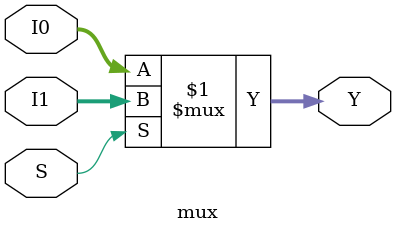
<source format=v>
module mux(
    input  [3:0] I0, I1,
    input        S,
    output [3:0] Y
);
    assign Y = (S) ? I1 : I0;
endmodule

</source>
